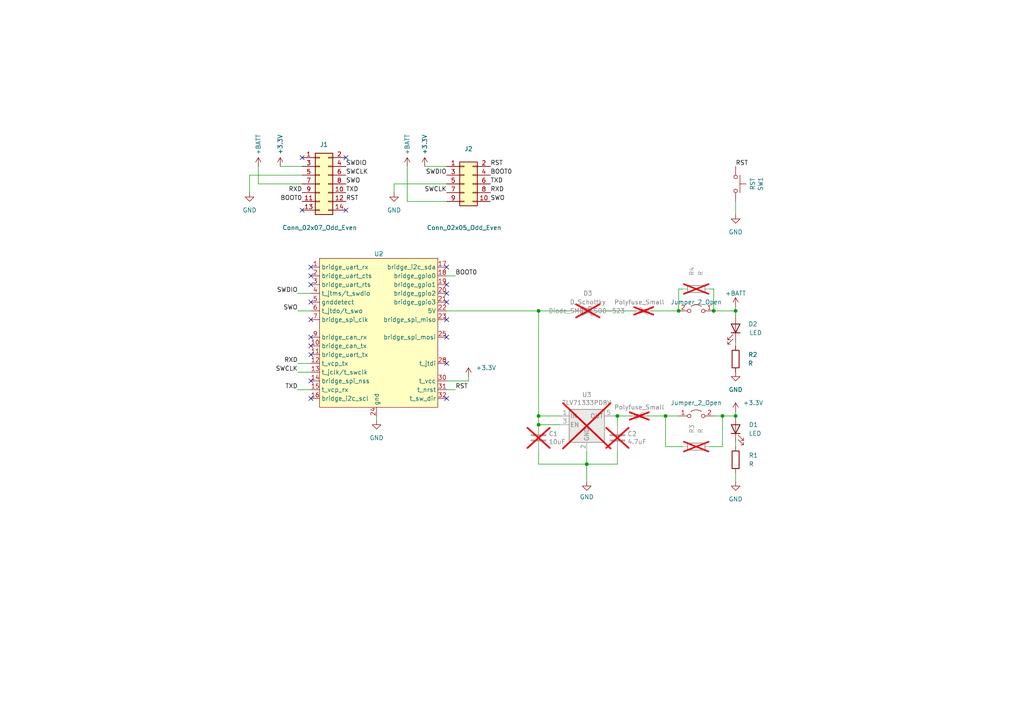
<source format=kicad_sch>
(kicad_sch (version 20221206) (generator eeschema)
  (paper "A4")
  (title_block (title "stlinkv3mods wirestone adapter") (date "2023-01-24") (rev "1.0"))
  (lib_symbols
    (symbol "Connector_Generic:Conn_02x05_Odd_Even" (pin_names (offset 1.016) hide)
      (property "Reference" "J" (at 1.27 7.62 0))
      (property "Value" "Conn_02x05_Odd_Even" (at 1.27 -7.62 0))
      (symbol "Conn_02x05_Odd_Even_1_1"
        (rectangle (start -1.27 -4.953) (end 0 -5.207) (stroke (width 0.1524)))
        (rectangle (start -1.27 -2.413) (end 0 -2.667) (stroke (width 0.1524)))
        (rectangle (start -1.27 0.127) (end 0 -0.127) (stroke (width 0.1524)))
        (rectangle (start -1.27 2.667) (end 0 2.413) (stroke (width 0.1524)))
        (rectangle (start -1.27 5.207) (end 0 4.953) (stroke (width 0.1524)))
        (rectangle (start -1.27 6.35) (end 3.81 -6.35) (stroke (width 0.254)) (fill (type background)))
        (rectangle (start 3.81 -4.953) (end 2.54 -5.207) (stroke (width 0.1524)))
        (rectangle (start 3.81 -2.413) (end 2.54 -2.667) (stroke (width 0.1524)))
        (rectangle (start 3.81 0.127) (end 2.54 -0.127) (stroke (width 0.1524)))
        (rectangle (start 3.81 2.667) (end 2.54 2.413) (stroke (width 0.1524)))
        (rectangle (start 3.81 5.207) (end 2.54 4.953) (stroke (width 0.1524)))
        (pin passive line (at -5.08 5.08 0) (length 3.81) (name "Pin_1") (number "1"))
        (pin passive line (at 7.62 -5.08 180) (length 3.81) (name "Pin_10") (number "10"))
        (pin passive line (at 7.62 5.08 180) (length 3.81) (name "Pin_2") (number "2"))
        (pin passive line (at -5.08 2.54 0) (length 3.81) (name "Pin_3") (number "3"))
        (pin passive line (at 7.62 2.54 180) (length 3.81) (name "Pin_4") (number "4"))
        (pin passive line (at -5.08 0 0) (length 3.81) (name "Pin_5") (number "5"))
        (pin passive line (at 7.62 0 180) (length 3.81) (name "Pin_6") (number "6"))
        (pin passive line (at -5.08 -2.54 0) (length 3.81) (name "Pin_7") (number "7"))
        (pin passive line (at 7.62 -2.54 180) (length 3.81) (name "Pin_8") (number "8"))
        (pin passive line (at -5.08 -5.08 0) (length 3.81) (name "Pin_9") (number "9"))
      )
    )
    (symbol "Connector_Generic:Conn_02x07_Odd_Even" (pin_names (offset 1.016) hide)
      (property "Reference" "J" (at 1.27 10.16 0))
      (property "Value" "Conn_02x07_Odd_Even" (at 1.27 -10.16 0))
      (symbol "Conn_02x07_Odd_Even_1_1"
        (rectangle (start -1.27 -7.493) (end 0 -7.747) (stroke (width 0.1524)))
        (rectangle (start -1.27 -4.953) (end 0 -5.207) (stroke (width 0.1524)))
        (rectangle (start -1.27 -2.413) (end 0 -2.667) (stroke (width 0.1524)))
        (rectangle (start -1.27 0.127) (end 0 -0.127) (stroke (width 0.1524)))
        (rectangle (start -1.27 2.667) (end 0 2.413) (stroke (width 0.1524)))
        (rectangle (start -1.27 5.207) (end 0 4.953) (stroke (width 0.1524)))
        (rectangle (start -1.27 7.747) (end 0 7.493) (stroke (width 0.1524)))
        (rectangle (start -1.27 8.89) (end 3.81 -8.89) (stroke (width 0.254)) (fill (type background)))
        (rectangle (start 3.81 -7.493) (end 2.54 -7.747) (stroke (width 0.1524)))
        (rectangle (start 3.81 -4.953) (end 2.54 -5.207) (stroke (width 0.1524)))
        (rectangle (start 3.81 -2.413) (end 2.54 -2.667) (stroke (width 0.1524)))
        (rectangle (start 3.81 0.127) (end 2.54 -0.127) (stroke (width 0.1524)))
        (rectangle (start 3.81 2.667) (end 2.54 2.413) (stroke (width 0.1524)))
        (rectangle (start 3.81 5.207) (end 2.54 4.953) (stroke (width 0.1524)))
        (rectangle (start 3.81 7.747) (end 2.54 7.493) (stroke (width 0.1524)))
        (pin passive line (at -5.08 7.62 0) (length 3.81) (name "Pin_1") (number "1"))
        (pin passive line (at 7.62 -2.54 180) (length 3.81) (name "Pin_10") (number "10"))
        (pin passive line (at -5.08 -5.08 0) (length 3.81) (name "Pin_11") (number "11"))
        (pin passive line (at 7.62 -5.08 180) (length 3.81) (name "Pin_12") (number "12"))
        (pin passive line (at -5.08 -7.62 0) (length 3.81) (name "Pin_13") (number "13"))
        (pin passive line (at 7.62 -7.62 180) (length 3.81) (name "Pin_14") (number "14"))
        (pin passive line (at 7.62 7.62 180) (length 3.81) (name "Pin_2") (number "2"))
        (pin passive line (at -5.08 5.08 0) (length 3.81) (name "Pin_3") (number "3"))
        (pin passive line (at 7.62 5.08 180) (length 3.81) (name "Pin_4") (number "4"))
        (pin passive line (at -5.08 2.54 0) (length 3.81) (name "Pin_5") (number "5"))
        (pin passive line (at 7.62 2.54 180) (length 3.81) (name "Pin_6") (number "6"))
        (pin passive line (at -5.08 0 0) (length 3.81) (name "Pin_7") (number "7"))
        (pin passive line (at 7.62 0 180) (length 3.81) (name "Pin_8") (number "8"))
        (pin passive line (at -5.08 -2.54 0) (length 3.81) (name "Pin_9") (number "9"))
      )
    )
    (symbol "Device:C" (pin_numbers hide) (pin_names (offset 0.254))
      (property "Reference" "C" (at 0.635 2.54 0))
      (property "Value" "C" (at 0.635 -2.54 0))
      (symbol "C_0_1"
        (polyline (pts (xy -2.032 -0.762) (xy 2.032 -0.762)) (stroke (width 0.508)))
        (polyline (pts (xy -2.032 0.762) (xy 2.032 0.762)) (stroke (width 0.508)))
      )
      (symbol "C_1_1"
        (pin passive line (at 0 3.81 270) (length 2.794) (name "~") (number "1"))
        (pin passive line (at 0 -3.81 90) (length 2.794) (name "~") (number "2"))
      )
    )
    (symbol "Device:D_Schottky" (pin_numbers hide) (pin_names (offset 1.016) hide)
      (property "Reference" "D" (at 0 2.54 0))
      (property "Value" "D_Schottky" (at 0 -2.54 0))
      (symbol "D_Schottky_0_1"
        (polyline (pts (xy 1.27 0) (xy -1.27 0)))
        (polyline (pts (xy 1.27 1.27) (xy 1.27 -1.27) (xy -1.27 0) (xy 1.27 1.27)) (stroke (width 0.254)))
        (polyline (pts (xy -1.905 0.635) (xy -1.905 1.27) (xy -1.27 1.27) (xy -1.27 -1.27) (xy -0.635 -1.27) (xy -0.635 -0.635)) (stroke (width 0.254)))
      )
      (symbol "D_Schottky_1_1"
        (pin passive line (at -3.81 0 0) (length 2.54) (name "K") (number "1"))
        (pin passive line (at 3.81 0 180) (length 2.54) (name "A") (number "2"))
      )
    )
    (symbol "Device:LED" (pin_numbers hide) (pin_names (offset 1.016) hide)
      (property "Reference" "D" (at 0 2.54 0))
      (property "Value" "LED" (at 0 -2.54 0))
      (symbol "LED_0_1"
        (polyline (pts (xy -1.27 -1.27) (xy -1.27 1.27)) (stroke (width 0.254)))
        (polyline (pts (xy -1.27 0) (xy 1.27 0)))
        (polyline (pts (xy 1.27 -1.27) (xy 1.27 1.27) (xy -1.27 0) (xy 1.27 -1.27)) (stroke (width 0.254)))
        (polyline (pts (xy -3.048 -0.762) (xy -4.572 -2.286) (xy -3.81 -2.286) (xy -4.572 -2.286) (xy -4.572 -1.524)))
        (polyline (pts (xy -1.778 -0.762) (xy -3.302 -2.286) (xy -2.54 -2.286) (xy -3.302 -2.286) (xy -3.302 -1.524)))
      )
      (symbol "LED_1_1"
        (pin passive line (at -3.81 0 0) (length 2.54) (name "K") (number "1"))
        (pin passive line (at 3.81 0 180) (length 2.54) (name "A") (number "2"))
      )
    )
    (symbol "Device:Polyfuse_Small" (pin_numbers hide) (pin_names (offset 0))
      (property "Reference" "F" (at -1.905 0 90))
      (property "Value" "Polyfuse_Small" (at 1.905 0 90))
      (symbol "Polyfuse_Small_0_1"
        (rectangle (start -0.508 1.27) (end 0.508 -1.27))
        (polyline (pts (xy 0 2.54) (xy 0 -2.54)))
        (polyline (pts (xy -1.016 1.27) (xy -1.016 0.762) (xy 1.016 -0.762) (xy 1.016 -1.27)))
      )
      (symbol "Polyfuse_Small_1_1"
        (pin passive line (at 0 2.54 270) (length 0.635) (name "~") (number "1"))
        (pin passive line (at 0 -2.54 90) (length 0.635) (name "~") (number "2"))
      )
    )
    (symbol "Device:R" (pin_numbers hide) (pin_names (offset 0))
      (property "Reference" "R" (at 2.032 0 90))
      (property "Value" "R" (at 0 0 90))
      (symbol "R_0_1"
        (rectangle (start -1.016 -2.54) (end 1.016 2.54) (stroke (width 0.254)))
      )
      (symbol "R_1_1"
        (pin passive line (at 0 3.81 270) (length 1.27) (name "~") (number "1"))
        (pin passive line (at 0 -3.81 90) (length 1.27) (name "~") (number "2"))
      )
    )
    (symbol "Jumper:Jumper_2_Open" (pin_names (offset 0) hide)
      (property "Reference" "JP" (at 0 2.794 0))
      (property "Value" "Jumper_2_Open" (at 0 -2.286 0))
      (symbol "Jumper_2_Open_0_0"
        (circle (center -2.032 0) (radius 0.508))
        (circle (center 2.032 0) (radius 0.508))
      )
      (symbol "Jumper_2_Open_0_1"
        (arc (start 1.524 1.27) (mid 0 1.778) (end -1.524 1.27))
      )
      (symbol "Jumper_2_Open_1_1"
        (pin passive line (at -5.08 0 0) (length 2.54) (name "A") (number "1"))
        (pin passive line (at 5.08 0 180) (length 2.54) (name "B") (number "2"))
      )
    )
    (symbol "Regulator_Linear:TLV71333PDBV" (pin_names (offset 0.254))
      (property "Reference" "U" (at -3.81 5.715 0))
      (property "Value" "TLV71333PDBV" (at 0 5.715 0))
      (symbol "TLV71333PDBV_0_1"
        (rectangle (start -5.08 4.445) (end 5.08 -5.08) (stroke (width 0.254)) (fill (type background)))
      )
      (symbol "TLV71333PDBV_1_1"
        (pin power_in line (at -7.62 2.54 0) (length 2.54) (name "IN") (number "1"))
        (pin power_in line (at 0 -7.62 90) (length 2.54) (name "GND") (number "2"))
        (pin input line (at -7.62 0 0) (length 2.54) (name "EN") (number "3"))
        (pin no_connect line (at 5.08 0 180) (length 2.54) hide (name "NC") (number "4"))
        (pin power_out line (at 7.62 2.54 180) (length 2.54) (name "OUT") (number "5"))
      )
    )
    (symbol "Switch:SW_Push" (pin_numbers hide) (pin_names (offset 1.016) hide)
      (property "Reference" "SW" (at 1.27 2.54 0))
      (property "Value" "SW_Push" (at 0 -1.524 0))
      (symbol "SW_Push_0_1"
        (circle (center -2.032 0) (radius 0.508))
        (polyline (pts (xy 0 1.27) (xy 0 3.048)))
        (polyline (pts (xy 2.54 1.27) (xy -2.54 1.27)))
        (circle (center 2.032 0) (radius 0.508))
        (pin passive line (at -5.08 0 0) (length 2.54) (name "1") (number "1"))
        (pin passive line (at 5.08 0 180) (length 2.54) (name "2") (number "2"))
      )
    )
    (symbol "power:+3.3V" (power) (pin_names (offset 0))
      (property "Value" "+3.3V" (at 0 3.556 0))
      (symbol "+3.3V_0_1"
        (polyline (pts (xy -0.762 1.27) (xy 0 2.54)))
        (polyline (pts (xy 0 0) (xy 0 2.54)))
        (polyline (pts (xy 0 2.54) (xy 0.762 1.27)))
      )
      (symbol "+3.3V_1_1"
        (pin power_in line (at 0 0 90) (length 0) hide (name "+3.3V") (number "1"))
      )
    )
    (symbol "power:+BATT" (power) (pin_names (offset 0))
      (property "Value" "+BATT" (at 0 3.556 0))
      (symbol "+BATT_0_1"
        (polyline (pts (xy -0.762 1.27) (xy 0 2.54)))
        (polyline (pts (xy 0 0) (xy 0 2.54)))
        (polyline (pts (xy 0 2.54) (xy 0.762 1.27)))
      )
      (symbol "+BATT_1_1"
        (pin power_in line (at 0 0 90) (length 0) hide (name "+BATT") (number "1"))
      )
    )
    (symbol "power:GND" (power) (pin_names (offset 0))
      (property "Value" "GND" (at 0 -3.81 0))
      (symbol "GND_0_1"
        (polyline (pts (xy 0 0) (xy 0 -1.27) (xy 1.27 -1.27) (xy 0 -2.54) (xy -1.27 -1.27) (xy 0 -1.27)))
      )
      (symbol "GND_1_1"
        (pin power_in line (at 0 0 270) (length 0) hide (name "GND") (number "1"))
      )
    )
    (symbol "stlink_v3_mini:STLINK-V3MODS"
      (property "Reference" "U2" (at 0.635 21.59 0))
      (property "Value" "~" (at 1.27 21.59 0))
      (symbol "STLINK-V3MODS_0_0"
        (pin input line (at -19.05 17.78 0) (length 2.54) (name "bridge_uart_rx") (number "1"))
        (pin output line (at -19.05 -5.08 0) (length 2.54) (name "bridge_can_tx") (number "10"))
        (pin output line (at -19.05 -7.62 0) (length 2.54) (name "bridge_uart_tx") (number "11"))
        (pin input line (at -19.05 -10.16 0) (length 2.54) (name "t_vcp_tx") (number "12"))
        (pin output line (at -19.05 -12.7 0) (length 2.54) (name "t_jclk/t_swclk") (number "13"))
        (pin output line (at -19.05 -15.24 0) (length 2.54) (name "bridge_spi_nss") (number "14"))
        (pin input line (at -19.05 -17.78 0) (length 2.54) (name "t_vcp_rx") (number "15"))
        (pin output line (at -19.05 -20.32 0) (length 2.54) (name "bridge_i2c_scl") (number "16"))
        (pin input line (at 20.32 17.78 180) (length 2.54) (name "bridge_i2c_sda") (number "17"))
        (pin input line (at 20.32 15.24 180) (length 2.54) (name "bridge_gpio0") (number "18"))
        (pin input line (at 20.32 12.7 180) (length 2.54) (name "bridge_gpio1") (number "19"))
        (pin input line (at -19.05 15.24 0) (length 2.54) (name "bridge_uart_cts") (number "2"))
        (pin input line (at 20.32 10.16 180) (length 2.54) (name "bridge_gpio2") (number "20"))
        (pin input line (at 20.32 7.62 180) (length 2.54) (name "bridge_gpio3") (number "21"))
        (pin power_out line (at 20.32 5.08 180) (length 2.54) (name "5V") (number "22"))
        (pin input line (at 20.32 2.54 180) (length 2.54) (name "bridge_spi_miso") (number "23"))
        (pin power_out line (at 0 -25.4 90) (length 2.54) (name "gnd") (number "24"))
        (pin output line (at 20.32 -2.54 180) (length 2.54) (name "bridge_spi_mosi") (number "25"))
        (pin power_out line (at 0 -25.4 90) (length 2.54) hide (name "gnd") (number "26"))
        (pin power_out line (at 0 -25.4 90) (length 2.54) hide (name "gnd") (number "27"))
        (pin input line (at 20.32 -10.16 180) (length 2.54) (name "t_jtdi") (number "28"))
        (pin power_out line (at 0 -25.4 90) (length 2.54) hide (name "gnd") (number "29"))
        (pin input line (at -19.05 12.7 0) (length 2.54) (name "bridge_uart_rts") (number "3"))
        (pin power_in line (at 20.32 -15.24 180) (length 2.54) (name "t_vcc") (number "30"))
        (pin output line (at 20.32 -17.78 180) (length 2.54) (name "t_nrst") (number "31"))
        (pin output line (at 20.32 -20.32 180) (length 2.54) (name "t_sw_dir") (number "32"))
        (pin bidirectional line (at -19.05 10.16 0) (length 2.54) (name "t_jtms/t_swdio") (number "4"))
        (pin input line (at -19.05 7.62 0) (length 2.54) (name "gnddetect") (number "5"))
        (pin input line (at -19.05 5.08 0) (length 2.54) (name "t_jtdo/t_swo") (number "6"))
        (pin output line (at -19.05 2.54 0) (length 2.54) (name "bridge_spi_clk") (number "7"))
        (pin power_out line (at 0 -25.4 90) (length 2.54) hide (name "gnd") (number "8"))
        (pin input line (at -19.05 -2.54 0) (length 2.54) (name "bridge_can_rx") (number "9"))
      )
      (symbol "STLINK-V3MODS_0_1"
        (rectangle (start -16.51 20.32) (end 17.78 -22.86) (fill (type background)))
      )
    )
  )
  (junction (at 193.04 120.65))
  (junction (at 209.55 120.65))
  (junction (at 179.07 120.65))
  (junction (at 213.36 90.17))
  (junction (at 207.01 90.17))
  (junction (at 156.21 123.19))
  (junction (at 213.36 120.65))
  (junction (at 170.18 134.62))
  (junction (at 156.21 120.65))
  (junction (at 156.21 90.17))
  (junction (at 196.85 90.17))
  (no_connect (at 100.33 60.96))
  (no_connect (at 129.54 105.41))
  (no_connect (at 87.63 45.72))
  (no_connect (at 90.17 82.55))
  (no_connect (at 129.54 92.71))
  (no_connect (at 100.33 45.72))
  (no_connect (at 129.54 87.63))
  (no_connect (at 90.17 92.71))
  (no_connect (at 90.17 110.49))
  (no_connect (at 129.54 77.47))
  (no_connect (at 90.17 115.57))
  (no_connect (at 87.63 60.96))
  (no_connect (at 90.17 87.63))
  (no_connect (at 90.17 102.87))
  (no_connect (at 129.54 115.57))
  (no_connect (at 90.17 100.33))
  (no_connect (at 129.54 97.79))
  (no_connect (at 129.54 82.55))
  (no_connect (at 90.17 77.47))
  (no_connect (at 129.54 85.09))
  (no_connect (at 90.17 80.01))
  (no_connect (at 90.17 97.79))
  (wire (pts (xy 129.54 80.01) (xy 132.08 80.01)))
  (wire (pts (xy 86.36 85.09) (xy 90.17 85.09)))
  (wire (pts (xy 156.21 130.81) (xy 156.21 134.62)))
  (wire (pts (xy 179.07 123.19) (xy 179.07 120.65)))
  (wire (pts (xy 74.93 53.34) (xy 87.63 53.34)))
  (wire (pts (xy 170.18 134.62) (xy 179.07 134.62)))
  (wire (pts (xy 114.3 53.34) (xy 114.3 55.88)))
  (wire (pts (xy 74.93 48.26) (xy 74.93 53.34)))
  (wire (pts (xy 156.21 123.19) (xy 156.21 120.65)))
  (wire (pts (xy 213.36 90.17) (xy 213.36 88.9)))
  (wire (pts (xy 86.36 105.41) (xy 90.17 105.41)))
  (wire (pts (xy 193.04 129.54) (xy 193.04 120.65)))
  (wire (pts (xy 129.54 110.49) (xy 135.89 110.49)))
  (wire (pts (xy 72.39 50.8) (xy 72.39 55.88)))
  (wire (pts (xy 205.74 129.54) (xy 209.55 129.54)))
  (wire (pts (xy 193.04 120.65) (xy 196.85 120.65)))
  (wire (pts (xy 184.15 90.17) (xy 173.99 90.17)))
  (wire (pts (xy 81.28 48.26) (xy 87.63 48.26)))
  (wire (pts (xy 213.36 139.7) (xy 213.36 137.16)))
  (wire (pts (xy 162.56 123.19) (xy 156.21 123.19)))
  (wire (pts (xy 109.22 120.65) (xy 109.22 121.92)))
  (wire (pts (xy 129.54 53.34) (xy 114.3 53.34)))
  (wire (pts (xy 177.8 120.65) (xy 179.07 120.65)))
  (wire (pts (xy 196.85 83.82) (xy 198.12 83.82)))
  (wire (pts (xy 196.85 90.17) (xy 189.23 90.17)))
  (wire (pts (xy 156.21 120.65) (xy 162.56 120.65)))
  (wire (pts (xy 213.36 119.38) (xy 213.36 120.65)))
  (wire (pts (xy 213.36 90.17) (xy 213.36 91.44)))
  (wire (pts (xy 205.74 83.82) (xy 207.01 83.82)))
  (wire (pts (xy 207.01 120.65) (xy 209.55 120.65)))
  (wire (pts (xy 170.18 134.62) (xy 170.18 139.7)))
  (wire (pts (xy 193.04 129.54) (xy 198.12 129.54)))
  (wire (pts (xy 179.07 130.81) (xy 179.07 134.62)))
  (wire (pts (xy 156.21 90.17) (xy 156.21 120.65)))
  (wire (pts (xy 209.55 120.65) (xy 213.36 120.65)))
  (wire (pts (xy 156.21 90.17) (xy 129.54 90.17)))
  (wire (pts (xy 118.11 48.26) (xy 118.11 58.42)))
  (wire (pts (xy 86.36 107.95) (xy 90.17 107.95)))
  (wire (pts (xy 179.07 120.65) (xy 182.88 120.65)))
  (wire (pts (xy 213.36 99.06) (xy 213.36 100.33)))
  (wire (pts (xy 213.36 58.42) (xy 213.36 62.23)))
  (wire (pts (xy 196.85 83.82) (xy 196.85 90.17)))
  (wire (pts (xy 123.19 48.26) (xy 129.54 48.26)))
  (wire (pts (xy 170.18 130.81) (xy 170.18 134.62)))
  (wire (pts (xy 166.37 90.17) (xy 156.21 90.17)))
  (wire (pts (xy 187.96 120.65) (xy 193.04 120.65)))
  (wire (pts (xy 213.36 129.54) (xy 213.36 128.27)))
  (wire (pts (xy 132.08 113.03) (xy 129.54 113.03)))
  (wire (pts (xy 156.21 134.62) (xy 170.18 134.62)))
  (wire (pts (xy 86.36 113.03) (xy 90.17 113.03)))
  (wire (pts (xy 209.55 129.54) (xy 209.55 120.65)))
  (wire (pts (xy 207.01 83.82) (xy 207.01 90.17)))
  (wire (pts (xy 135.89 109.22) (xy 135.89 110.49)))
  (wire (pts (xy 207.01 90.17) (xy 213.36 90.17)))
  (wire (pts (xy 86.36 90.17) (xy 90.17 90.17)))
  (wire (pts (xy 118.11 58.42) (xy 129.54 58.42)))
  (wire (pts (xy 72.39 50.8) (xy 87.63 50.8)))
  (label "SWO" (at 86.36 90.17 180))
  (label "TXD" (at 100.33 55.88 0))
  (label "SWCLK" (at 86.36 107.95 180))
  (label "RST" (at 142.24 48.26 0))
  (label "TXD" (at 86.36 113.03 180))
  (label "BOOT0" (at 132.08 80.01 0))
  (label "RST" (at 100.33 58.42 0))
  (label "RXD" (at 86.36 105.41 180))
  (label "SWO" (at 100.33 53.34 0))
  (label "TXD" (at 142.24 53.34 0))
  (label "RST" (at 213.36 48.26 0))
  (label "BOOT0" (at 87.63 58.42 180))
  (label "RST" (at 132.08 113.03 0))
  (label "BOOT0" (at 142.24 50.8 0))
  (label "RXD" (at 87.63 55.88 180))
  (label "RXD" (at 142.24 55.88 0))
  (label "SWDIO" (at 129.54 50.8 180))
  (label "SWDIO" (at 86.36 85.09 180))
  (label "SWCLK" (at 129.54 55.88 180))
  (label "SWCLK" (at 100.33 50.8 0))
  (label "SWDIO" (at 100.33 48.26 0))
  (label "SWO" (at 142.24 58.42 0))
  (symbol (lib_id "Jumper:Jumper_2_Open") (at 201.93 90.17 0) (mirror y) (unit 1)
    (property "Reference" "JP3" (effects hide))
    (property "Value" "Jumper_2_Open" (at 201.93 87.63 0))
    (property "Footprint" "Connector_PinSocket_2.54mm:PinSocket_1x02_P2.54mm_Vertical" (effects hide))
  )
  (symbol (lib_id "Connector_Generic:Conn_02x07_Odd_Even") (at 92.71 53.34 0) (unit 1)
    (property "Reference" "J1" (at 93.98 41.91 0))
    (property "Value" "Conn_02x07_Odd_Even" (at 92.71 66.04 0))
    (property "Footprint" "Connector_PinHeader_1.27mm:PinHeader_2x07_P1.27mm_Vertical_SMD" (effects hide))
  )
  (symbol (lib_id "Device:R") (at 213.36 104.14 0) (mirror y) (unit 1)
    (property "Reference" "R2" (at 219.71 102.87 0) (effects (justify left)))
    (property "Value" "R" (at 218.44 105.41 0) (effects (justify left)))
    (property "Footprint" "Resistor_SMD:R_0402_1005Metric" (effects hide))
  )
  (symbol (lib_id "Device:Polyfuse_Small") (at 186.69 90.17 270) (mirror x) (unit 1) (dnp yes)
    (property "Reference" "F3" (effects hide))
    (property "Value" "Polyfuse_Small" (at 185.42 87.63 90))
    (property "Footprint" "Fuse:Fuse_1210_3225Metric" (effects hide))
  )
  (symbol (lib_id "Jumper:Jumper_2_Open") (at 201.93 120.65 0) (unit 1)
    (property "Reference" "JP4" (effects hide))
    (property "Value" "Jumper_2_Open" (at 201.93 116.84 0))
    (property "Footprint" "Connector_PinSocket_2.54mm:PinSocket_1x02_P2.54mm_Vertical" (effects hide))
  )
  (symbol (lib_id "Device:R") (at 201.93 129.54 90) (unit 1) (dnp yes)
    (property "Reference" "R3" (at 200.66 125.73 0) (effects (justify left)))
    (property "Value" "R" (at 203.2 125.73 0) (effects (justify left)))
    (property "Footprint" "Resistor_SMD:R_0402_1005Metric" (effects hide))
  )
  (symbol (lib_id "power:+3.3V") (at 213.36 119.38 0) (unit 1)
    (property "Reference" "#PWR0106" (effects hide))
    (property "Value" "+3.3V" (at 218.44 116.84 0))
  )
  (symbol (lib_id "power:GND") (at 213.36 62.23 0) (unit 1)
    (property "Reference" "#PWR0107" (effects hide))
    (property "Value" "GND" (at 213.36 67.31 0))
  )
  (symbol (lib_id "Switch:SW_Push") (at 213.36 53.34 270) (unit 1)
    (property "Reference" "SW1" (at 220.599 53.34 0))
    (property "Value" "RST" (at 218.2876 53.34 0))
    (property "Footprint" "Button_Switch_SMD:SW_Push_1P1T_NO_6x6mm_H9.5mm" (effects hide))
    (property "Datasheet" "https://datasheet.lcsc.com/lcsc/1810121628_C&K-PTS645SM43SMTR92LFS_C221880.pdf" (effects hide))
    (property "JLCPCB" "C221880" (effects hide))
  )
  (symbol (lib_id "Device:C") (at 179.07 127 0) (unit 1) (dnp yes)
    (property "Reference" "C2" (at 181.991 125.8316 0) (effects (justify left)))
    (property "Value" "4.7uF" (at 181.991 128.143 0) (effects (justify left)))
    (property "Footprint" "Capacitor_SMD:C_0805_2012Metric" (effects hide))
  )
  (symbol (lib_id "power:GND") (at 72.39 55.88 0) (unit 1)
    (property "Reference" "#PWR0102" (effects hide))
    (property "Value" "GND" (at 72.39 60.96 0))
  )
  (symbol (lib_id "Connector_Generic:Conn_02x05_Odd_Even") (at 134.62 53.34 0) (unit 1)
    (property "Reference" "J2" (at 135.89 43.18 0))
    (property "Value" "Conn_02x05_Odd_Even" (at 134.62 66.04 0))
    (property "Footprint" "Connector_PinHeader_2.54mm:PinHeader_2x05_P2.54mm_Vertical_SMD" (effects hide))
  )
  (symbol (lib_id "Regulator_Linear:TLV71333PDBV") (at 170.18 123.19 0) (unit 1) (dnp yes)
    (property "Reference" "U3" (at 170.18 114.5032 0))
    (property "Value" "TLV71333PDBV" (at 170.18 116.8146 0))
    (property "Footprint" "Package_TO_SOT_SMD:SOT-23-5" (effects hide))
    (property "Datasheet" "http://www.ti.com/lit/ds/symlink/tlv713p.pdf" (effects hide))
  )
  (symbol (lib_id "Device:Polyfuse_Small") (at 185.42 120.65 90) (unit 1) (dnp yes)
    (property "Reference" "F2" (effects hide))
    (property "Value" "Polyfuse_Small" (at 185.42 118.11 90))
    (property "Footprint" "Fuse:Fuse_1210_3225Metric" (effects hide))
  )
  (symbol (lib_id "power:+3.3V") (at 123.19 48.26 0) (unit 1)
    (property "Reference" "#PWR0104" (effects hide))
    (property "Value" "+3.3V" (at 123.19 41.91 90))
  )
  (symbol (lib_id "Device:R") (at 213.36 133.35 0) (unit 1)
    (property "Reference" "R1" (at 217.17 132.08 0) (effects (justify left)))
    (property "Value" "R" (at 217.17 134.62 0) (effects (justify left)))
    (property "Footprint" "Resistor_SMD:R_0402_1005Metric" (effects hide))
  )
  (symbol (lib_id "power:+3.3V") (at 81.28 48.26 0) (unit 1)
    (property "Reference" "#PWR0101" (effects hide))
    (property "Value" "+3.3V" (at 81.28 41.91 90))
  )
  (symbol (lib_id "Device:C") (at 156.21 127 0) (unit 1) (dnp yes)
    (property "Reference" "C1" (at 159.131 125.8316 0) (effects (justify left)))
    (property "Value" "10uF" (at 159.131 128.143 0) (effects (justify left)))
    (property "Footprint" "Capacitor_SMD:C_0805_2012Metric" (effects hide))
  )
  (symbol (lib_id "Device:R") (at 201.93 83.82 90) (unit 1) (dnp yes)
    (property "Reference" "R4" (at 200.66 80.01 0) (effects (justify left)))
    (property "Value" "R" (at 203.2 80.01 0) (effects (justify left)))
    (property "Footprint" "Resistor_SMD:R_0402_1005Metric" (effects hide))
  )
  (symbol (lib_id "power:GND") (at 114.3 55.88 0) (unit 1)
    (property "Reference" "#PWR0103" (effects hide))
    (property "Value" "GND" (at 114.3 60.96 0))
  )
  (symbol (lib_id "power:+BATT") (at 213.36 88.9 0) (mirror y) (unit 1)
    (property "Reference" "#PWR03" (effects hide))
    (property "Value" "+BATT" (at 213.36 85.09 0))
  )
  (symbol (lib_id "power:GND") (at 109.22 121.92 0) (unit 1)
    (property "Reference" "#PWR0109" (effects hide))
    (property "Value" "GND" (at 109.22 127 0))
  )
  (symbol (lib_id "stlink_v3_mini:STLINK-V3MODS") (at 109.22 95.25 0) (unit 1)
    (property "Reference" "U2" (at 109.855 73.66 0))
    (property "Value" "~" (at 110.49 73.66 0))
    (property "Footprint" "stlink_v3mini:STLINK-V3MODS" (effects hide))
  )
  (symbol (lib_id "Device:LED") (at 213.36 124.46 90) (unit 1)
    (property "Reference" "D1" (at 217.17 123.19 90) (effects (justify right)))
    (property "Value" "LED" (at 217.17 125.73 90) (effects (justify right)))
    (property "Footprint" "LED_SMD:LED_0402_1005Metric" (effects hide))
  )
  (symbol (lib_id "power:GND") (at 213.36 107.95 0) (mirror y) (unit 1)
    (property "Reference" "#PWR0108" (effects hide))
    (property "Value" "GND" (at 213.36 113.03 0))
  )
  (symbol (lib_id "power:+BATT") (at 74.93 48.26 0) (mirror y) (unit 1)
    (property "Reference" "#PWR04" (effects hide))
    (property "Value" "+BATT" (at 74.93 41.91 90))
  )
  (symbol (lib_id "power:GND") (at 170.18 139.7 0) (unit 1)
    (property "Reference" "#PWR05" (effects hide))
    (property "Value" "GND" (at 170.18 144.1434 0))
  )
  (symbol (lib_id "Device:D_Schottky") (at 170.18 90.17 180) (unit 1) (dnp yes)
    (property "Reference" "D3" (at 170.4975 85.09 0))
    (property "Value" "D_Schottky" (at 170.4975 87.63 0))
    (property "Footprint" "Diode_SMD:D_SOD-523" (at 170.18 90.17 0))
  )
  (symbol (lib_id "Device:LED") (at 213.36 95.25 270) (mirror x) (unit 1)
    (property "Reference" "D2" (at 219.71 93.98 90) (effects (justify right)))
    (property "Value" "LED" (at 220.98 96.52 90) (effects (justify right)))
    (property "Footprint" "LED_SMD:LED_0402_1005Metric" (effects hide))
  )
  (symbol (lib_id "power:+3.3V") (at 135.89 109.22 0) (unit 1)
    (property "Reference" "#PWR0110" (effects hide))
    (property "Value" "+3.3V" (at 140.97 106.68 0))
  )
  (symbol (lib_id "power:+BATT") (at 118.11 48.26 0) (unit 1)
    (property "Reference" "#PWR01" (effects hide))
    (property "Value" "+BATT" (at 118.11 41.91 90))
  )
  (symbol (lib_id "power:GND") (at 213.36 139.7 0) (unit 1)
    (property "Reference" "#PWR0105" (effects hide))
    (property "Value" "GND" (at 213.36 144.78 0))
  )
)
</source>
